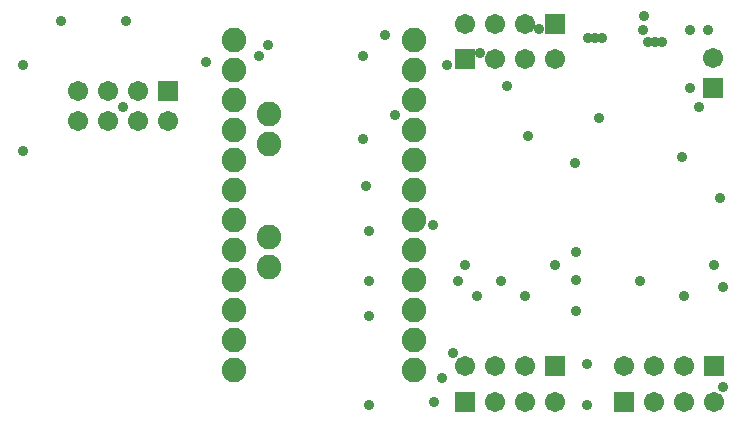
<source format=gbs>
G04 Layer_Color=16711935*
%FSLAX24Y24*%
%MOIN*%
G70*
G01*
G75*
%ADD50C,0.0671*%
%ADD51R,0.0671X0.0671*%
%ADD52C,0.0820*%
%ADD53R,0.0671X0.0671*%
%ADD54C,0.0356*%
D50*
X2236Y9945D02*
D03*
Y10945D02*
D03*
X3236Y9945D02*
D03*
Y10945D02*
D03*
X4236Y9945D02*
D03*
Y10945D02*
D03*
X5236Y9945D02*
D03*
X23425Y591D02*
D03*
X22425D02*
D03*
X21425D02*
D03*
X15110Y1772D02*
D03*
X16110D02*
D03*
X17110D02*
D03*
X15110Y13189D02*
D03*
X16110D02*
D03*
X17110D02*
D03*
X20425Y1772D02*
D03*
X21425D02*
D03*
X22425D02*
D03*
X18110Y591D02*
D03*
X17110D02*
D03*
X16110D02*
D03*
X18110Y12008D02*
D03*
X17110D02*
D03*
X16110D02*
D03*
X23386Y12063D02*
D03*
D51*
X5236Y10945D02*
D03*
X23386Y11063D02*
D03*
D52*
X8575Y5088D02*
D03*
Y6088D02*
D03*
Y9188D02*
D03*
Y10188D02*
D03*
X7425Y12638D02*
D03*
Y11638D02*
D03*
Y10638D02*
D03*
Y9638D02*
D03*
Y8638D02*
D03*
Y7638D02*
D03*
Y6638D02*
D03*
Y5638D02*
D03*
Y4638D02*
D03*
Y3638D02*
D03*
Y2638D02*
D03*
Y1638D02*
D03*
X13425D02*
D03*
Y2638D02*
D03*
Y3638D02*
D03*
Y4638D02*
D03*
Y5638D02*
D03*
Y6638D02*
D03*
Y7638D02*
D03*
Y8638D02*
D03*
Y9638D02*
D03*
Y10638D02*
D03*
Y11638D02*
D03*
Y12638D02*
D03*
D53*
X20425Y591D02*
D03*
X18110Y1772D02*
D03*
Y13189D02*
D03*
X23425Y1772D02*
D03*
X15110Y591D02*
D03*
Y12008D02*
D03*
D54*
X21457Y12598D02*
D03*
X21693D02*
D03*
X21220D02*
D03*
X21102Y13465D02*
D03*
X17598Y13032D02*
D03*
X14724Y2205D02*
D03*
X14370Y1378D02*
D03*
X14055Y6496D02*
D03*
X14882Y4606D02*
D03*
X15630Y12205D02*
D03*
X14528Y11811D02*
D03*
X12441Y12835D02*
D03*
X8543Y12495D02*
D03*
X3740Y10433D02*
D03*
X1673Y13287D02*
D03*
X394Y8957D02*
D03*
Y11811D02*
D03*
X3839Y13287D02*
D03*
X6496Y11909D02*
D03*
X8268Y12106D02*
D03*
X11713D02*
D03*
Y9350D02*
D03*
X11811Y7776D02*
D03*
X11909Y6299D02*
D03*
Y4626D02*
D03*
Y3445D02*
D03*
X14075Y591D02*
D03*
X11909Y492D02*
D03*
X16339Y4626D02*
D03*
X20965D02*
D03*
X19193Y1870D02*
D03*
Y492D02*
D03*
X23720Y1083D02*
D03*
Y4429D02*
D03*
X23622Y7382D02*
D03*
X17224Y9449D02*
D03*
X18799Y8563D02*
D03*
X22343Y8760D02*
D03*
X16535Y11122D02*
D03*
X19587Y10039D02*
D03*
X22933Y10433D02*
D03*
X23228Y12992D02*
D03*
X18819Y5591D02*
D03*
X22638Y11063D02*
D03*
Y12992D02*
D03*
X19213Y12717D02*
D03*
X19449D02*
D03*
X19685D02*
D03*
X21063Y12992D02*
D03*
X18819Y4665D02*
D03*
Y3622D02*
D03*
X15118Y5149D02*
D03*
X15512Y4134D02*
D03*
X17110D02*
D03*
X18110Y5149D02*
D03*
X23425D02*
D03*
X22425Y4134D02*
D03*
X12804Y10149D02*
D03*
M02*

</source>
